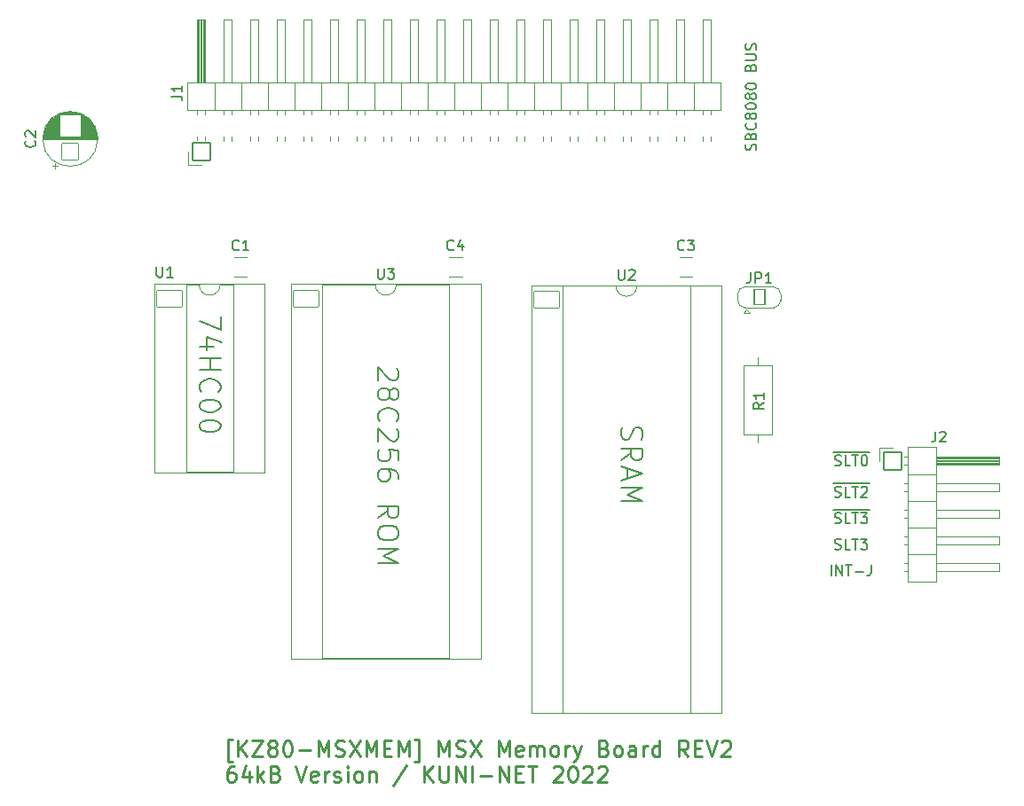
<source format=gto>
G04 #@! TF.GenerationSoftware,KiCad,Pcbnew,(6.0.4-0)*
G04 #@! TF.CreationDate,2022-11-05T10:22:40+09:00*
G04 #@! TF.ProjectId,KZ80-MSXMEM,4b5a3830-2d4d-4535-984d-454d2e6b6963,rev?*
G04 #@! TF.SameCoordinates,PX8f0d180PY7735940*
G04 #@! TF.FileFunction,Legend,Top*
G04 #@! TF.FilePolarity,Positive*
%FSLAX46Y46*%
G04 Gerber Fmt 4.6, Leading zero omitted, Abs format (unit mm)*
G04 Created by KiCad (PCBNEW (6.0.4-0)) date 2022-11-05 10:22:40*
%MOMM*%
%LPD*%
G01*
G04 APERTURE LIST*
G04 Aperture macros list*
%AMRoundRect*
0 Rectangle with rounded corners*
0 $1 Rounding radius*
0 $2 $3 $4 $5 $6 $7 $8 $9 X,Y pos of 4 corners*
0 Add a 4 corners polygon primitive as box body*
4,1,4,$2,$3,$4,$5,$6,$7,$8,$9,$2,$3,0*
0 Add four circle primitives for the rounded corners*
1,1,$1+$1,$2,$3*
1,1,$1+$1,$4,$5*
1,1,$1+$1,$6,$7*
1,1,$1+$1,$8,$9*
0 Add four rect primitives between the rounded corners*
20,1,$1+$1,$2,$3,$4,$5,0*
20,1,$1+$1,$4,$5,$6,$7,0*
20,1,$1+$1,$6,$7,$8,$9,0*
20,1,$1+$1,$8,$9,$2,$3,0*%
%AMFreePoly0*
4,1,37,0.586062,0.786062,0.601000,0.750000,0.601000,-0.750000,0.586062,-0.786062,0.550000,-0.801000,0.000000,-0.801000,-0.012525,-0.795812,-0.080875,-0.794559,-0.095149,-0.792248,-0.230464,-0.749973,-0.243516,-0.743747,-0.361526,-0.665192,-0.372306,-0.655554,-0.463526,-0.547035,-0.471167,-0.534759,-0.528262,-0.405000,-0.532150,-0.391073,-0.549733,-0.256613,-0.548336,-0.256430,-0.551000,-0.250000,
-0.551000,0.250000,-0.550512,0.251179,-0.550356,0.263956,-0.528545,0.404033,-0.524317,0.417860,-0.464069,0.546185,-0.456130,0.558271,-0.362286,0.664529,-0.351274,0.673901,-0.231379,0.749549,-0.218180,0.755454,-0.081873,0.794411,-0.067546,0.796373,-0.011990,0.796033,0.000000,0.801000,0.550000,0.801000,0.586062,0.786062,0.586062,0.786062,$1*%
%AMFreePoly1*
4,1,37,0.012349,0.795885,0.074216,0.795507,0.088518,0.793370,0.224339,0.752751,0.237465,0.746685,0.356427,0.669578,0.367324,0.660073,0.459862,0.552676,0.467652,0.540494,0.526329,0.411442,0.530388,0.397563,0.550485,0.257230,0.551000,0.250000,0.551000,-0.250000,0.550996,-0.250622,0.550847,-0.262838,0.550144,-0.270677,0.526624,-0.410478,0.522228,-0.424254,0.460416,-0.551833,
0.452330,-0.563821,0.357195,-0.668925,0.346069,-0.678161,0.225259,-0.752338,0.211989,-0.758081,0.075216,-0.795370,0.060866,-0.797157,0.011464,-0.796251,0.000000,-0.801000,-0.550000,-0.801000,-0.586062,-0.786062,-0.601000,-0.750000,-0.601000,0.750000,-0.586062,0.786062,-0.550000,0.801000,0.000000,0.801000,0.012349,0.795885,0.012349,0.795885,$1*%
G04 Aperture macros list end*
%ADD10C,0.150000*%
%ADD11C,0.200000*%
%ADD12C,0.250000*%
%ADD13C,0.120000*%
%ADD14C,1.702000*%
%ADD15RoundRect,0.051000X0.800000X-0.800000X0.800000X0.800000X-0.800000X0.800000X-0.800000X-0.800000X0*%
%ADD16RoundRect,0.051000X0.850000X-0.850000X0.850000X0.850000X-0.850000X0.850000X-0.850000X-0.850000X0*%
%ADD17O,1.802000X1.802000*%
%ADD18RoundRect,0.051000X-0.850000X-0.850000X0.850000X-0.850000X0.850000X0.850000X-0.850000X0.850000X0*%
%ADD19C,3.302000*%
%ADD20RoundRect,0.051000X-1.200000X-0.800000X1.200000X-0.800000X1.200000X0.800000X-1.200000X0.800000X0*%
%ADD21O,2.502000X1.702000*%
%ADD22O,1.702000X1.702000*%
%ADD23FreePoly0,0.000000*%
%ADD24RoundRect,0.051000X-0.500000X-0.750000X0.500000X-0.750000X0.500000X0.750000X-0.500000X0.750000X0*%
%ADD25FreePoly1,0.000000*%
G04 APERTURE END LIST*
D10*
X86261904Y30830000D02*
X87214285Y30830000D01*
X86452380Y29595239D02*
X86595238Y29547620D01*
X86833333Y29547620D01*
X86928571Y29595239D01*
X86976190Y29642858D01*
X87023809Y29738096D01*
X87023809Y29833334D01*
X86976190Y29928572D01*
X86928571Y29976191D01*
X86833333Y30023810D01*
X86642857Y30071429D01*
X86547619Y30119048D01*
X86500000Y30166667D01*
X86452380Y30261905D01*
X86452380Y30357143D01*
X86500000Y30452381D01*
X86547619Y30500000D01*
X86642857Y30547620D01*
X86880952Y30547620D01*
X87023809Y30500000D01*
X87214285Y30830000D02*
X88023809Y30830000D01*
X87928571Y29547620D02*
X87452380Y29547620D01*
X87452380Y30547620D01*
X88023809Y30830000D02*
X88785714Y30830000D01*
X88119047Y30547620D02*
X88690476Y30547620D01*
X88404761Y29547620D02*
X88404761Y30547620D01*
X88785714Y30830000D02*
X89738095Y30830000D01*
X88976190Y30452381D02*
X89023809Y30500000D01*
X89119047Y30547620D01*
X89357142Y30547620D01*
X89452380Y30500000D01*
X89500000Y30452381D01*
X89547619Y30357143D01*
X89547619Y30261905D01*
X89500000Y30119048D01*
X88928571Y29547620D01*
X89547619Y29547620D01*
X86095238Y22047620D02*
X86095238Y23047620D01*
X86571428Y22047620D02*
X86571428Y23047620D01*
X87142857Y22047620D01*
X87142857Y23047620D01*
X87476190Y23047620D02*
X88047619Y23047620D01*
X87761904Y22047620D02*
X87761904Y23047620D01*
X88380952Y22428572D02*
X89142857Y22428572D01*
X89904761Y23047620D02*
X89904761Y22333334D01*
X89857142Y22190477D01*
X89761904Y22095239D01*
X89619047Y22047620D01*
X89523809Y22047620D01*
D11*
X44654761Y41833334D02*
X44750000Y41738096D01*
X44845238Y41547620D01*
X44845238Y41071429D01*
X44750000Y40880953D01*
X44654761Y40785715D01*
X44464285Y40690477D01*
X44273809Y40690477D01*
X43988095Y40785715D01*
X42845238Y41928572D01*
X42845238Y40690477D01*
X43988095Y39547620D02*
X44083333Y39738096D01*
X44178571Y39833334D01*
X44369047Y39928572D01*
X44464285Y39928572D01*
X44654761Y39833334D01*
X44750000Y39738096D01*
X44845238Y39547620D01*
X44845238Y39166667D01*
X44750000Y38976191D01*
X44654761Y38880953D01*
X44464285Y38785715D01*
X44369047Y38785715D01*
X44178571Y38880953D01*
X44083333Y38976191D01*
X43988095Y39166667D01*
X43988095Y39547620D01*
X43892857Y39738096D01*
X43797619Y39833334D01*
X43607142Y39928572D01*
X43226190Y39928572D01*
X43035714Y39833334D01*
X42940476Y39738096D01*
X42845238Y39547620D01*
X42845238Y39166667D01*
X42940476Y38976191D01*
X43035714Y38880953D01*
X43226190Y38785715D01*
X43607142Y38785715D01*
X43797619Y38880953D01*
X43892857Y38976191D01*
X43988095Y39166667D01*
X43035714Y36785715D02*
X42940476Y36880953D01*
X42845238Y37166667D01*
X42845238Y37357143D01*
X42940476Y37642858D01*
X43130952Y37833334D01*
X43321428Y37928572D01*
X43702380Y38023810D01*
X43988095Y38023810D01*
X44369047Y37928572D01*
X44559523Y37833334D01*
X44750000Y37642858D01*
X44845238Y37357143D01*
X44845238Y37166667D01*
X44750000Y36880953D01*
X44654761Y36785715D01*
X44654761Y36023810D02*
X44750000Y35928572D01*
X44845238Y35738096D01*
X44845238Y35261905D01*
X44750000Y35071429D01*
X44654761Y34976191D01*
X44464285Y34880953D01*
X44273809Y34880953D01*
X43988095Y34976191D01*
X42845238Y36119048D01*
X42845238Y34880953D01*
X44845238Y33071429D02*
X44845238Y34023810D01*
X43892857Y34119048D01*
X43988095Y34023810D01*
X44083333Y33833334D01*
X44083333Y33357143D01*
X43988095Y33166667D01*
X43892857Y33071429D01*
X43702380Y32976191D01*
X43226190Y32976191D01*
X43035714Y33071429D01*
X42940476Y33166667D01*
X42845238Y33357143D01*
X42845238Y33833334D01*
X42940476Y34023810D01*
X43035714Y34119048D01*
X44845238Y31261905D02*
X44845238Y31642858D01*
X44750000Y31833334D01*
X44654761Y31928572D01*
X44369047Y32119048D01*
X43988095Y32214286D01*
X43226190Y32214286D01*
X43035714Y32119048D01*
X42940476Y32023810D01*
X42845238Y31833334D01*
X42845238Y31452381D01*
X42940476Y31261905D01*
X43035714Y31166667D01*
X43226190Y31071429D01*
X43702380Y31071429D01*
X43892857Y31166667D01*
X43988095Y31261905D01*
X44083333Y31452381D01*
X44083333Y31833334D01*
X43988095Y32023810D01*
X43892857Y32119048D01*
X43702380Y32214286D01*
X42845238Y27547620D02*
X43797619Y28214286D01*
X42845238Y28690477D02*
X44845238Y28690477D01*
X44845238Y27928572D01*
X44750000Y27738096D01*
X44654761Y27642858D01*
X44464285Y27547620D01*
X44178571Y27547620D01*
X43988095Y27642858D01*
X43892857Y27738096D01*
X43797619Y27928572D01*
X43797619Y28690477D01*
X44845238Y26309524D02*
X44845238Y25928572D01*
X44750000Y25738096D01*
X44559523Y25547620D01*
X44178571Y25452381D01*
X43511904Y25452381D01*
X43130952Y25547620D01*
X42940476Y25738096D01*
X42845238Y25928572D01*
X42845238Y26309524D01*
X42940476Y26500000D01*
X43130952Y26690477D01*
X43511904Y26785715D01*
X44178571Y26785715D01*
X44559523Y26690477D01*
X44750000Y26500000D01*
X44845238Y26309524D01*
X42845238Y24595239D02*
X44845238Y24595239D01*
X43416666Y23928572D01*
X44845238Y23261905D01*
X42845238Y23261905D01*
X66180476Y36181429D02*
X66085238Y35895715D01*
X66085238Y35419524D01*
X66180476Y35229048D01*
X66275714Y35133810D01*
X66466190Y35038572D01*
X66656666Y35038572D01*
X66847142Y35133810D01*
X66942380Y35229048D01*
X67037619Y35419524D01*
X67132857Y35800477D01*
X67228095Y35990953D01*
X67323333Y36086191D01*
X67513809Y36181429D01*
X67704285Y36181429D01*
X67894761Y36086191D01*
X67990000Y35990953D01*
X68085238Y35800477D01*
X68085238Y35324286D01*
X67990000Y35038572D01*
X66085238Y33038572D02*
X67037619Y33705239D01*
X66085238Y34181429D02*
X68085238Y34181429D01*
X68085238Y33419524D01*
X67990000Y33229048D01*
X67894761Y33133810D01*
X67704285Y33038572D01*
X67418571Y33038572D01*
X67228095Y33133810D01*
X67132857Y33229048D01*
X67037619Y33419524D01*
X67037619Y34181429D01*
X66656666Y32276667D02*
X66656666Y31324286D01*
X66085238Y32467143D02*
X68085238Y31800477D01*
X66085238Y31133810D01*
X66085238Y30467143D02*
X68085238Y30467143D01*
X66656666Y29800477D01*
X68085238Y29133810D01*
X66085238Y29133810D01*
D10*
X78904761Y62678572D02*
X78952380Y62821429D01*
X78952380Y63059524D01*
X78904761Y63154762D01*
X78857142Y63202381D01*
X78761904Y63250000D01*
X78666666Y63250000D01*
X78571428Y63202381D01*
X78523809Y63154762D01*
X78476190Y63059524D01*
X78428571Y62869048D01*
X78380952Y62773810D01*
X78333333Y62726191D01*
X78238095Y62678572D01*
X78142857Y62678572D01*
X78047619Y62726191D01*
X78000000Y62773810D01*
X77952380Y62869048D01*
X77952380Y63107143D01*
X78000000Y63250000D01*
X78428571Y64011905D02*
X78476190Y64154762D01*
X78523809Y64202381D01*
X78619047Y64250000D01*
X78761904Y64250000D01*
X78857142Y64202381D01*
X78904761Y64154762D01*
X78952380Y64059524D01*
X78952380Y63678572D01*
X77952380Y63678572D01*
X77952380Y64011905D01*
X78000000Y64107143D01*
X78047619Y64154762D01*
X78142857Y64202381D01*
X78238095Y64202381D01*
X78333333Y64154762D01*
X78380952Y64107143D01*
X78428571Y64011905D01*
X78428571Y63678572D01*
X78857142Y65250000D02*
X78904761Y65202381D01*
X78952380Y65059524D01*
X78952380Y64964286D01*
X78904761Y64821429D01*
X78809523Y64726191D01*
X78714285Y64678572D01*
X78523809Y64630953D01*
X78380952Y64630953D01*
X78190476Y64678572D01*
X78095238Y64726191D01*
X78000000Y64821429D01*
X77952380Y64964286D01*
X77952380Y65059524D01*
X78000000Y65202381D01*
X78047619Y65250000D01*
X78380952Y65821429D02*
X78333333Y65726191D01*
X78285714Y65678572D01*
X78190476Y65630953D01*
X78142857Y65630953D01*
X78047619Y65678572D01*
X78000000Y65726191D01*
X77952380Y65821429D01*
X77952380Y66011905D01*
X78000000Y66107143D01*
X78047619Y66154762D01*
X78142857Y66202381D01*
X78190476Y66202381D01*
X78285714Y66154762D01*
X78333333Y66107143D01*
X78380952Y66011905D01*
X78380952Y65821429D01*
X78428571Y65726191D01*
X78476190Y65678572D01*
X78571428Y65630953D01*
X78761904Y65630953D01*
X78857142Y65678572D01*
X78904761Y65726191D01*
X78952380Y65821429D01*
X78952380Y66011905D01*
X78904761Y66107143D01*
X78857142Y66154762D01*
X78761904Y66202381D01*
X78571428Y66202381D01*
X78476190Y66154762D01*
X78428571Y66107143D01*
X78380952Y66011905D01*
X77952380Y66821429D02*
X77952380Y66916667D01*
X78000000Y67011905D01*
X78047619Y67059524D01*
X78142857Y67107143D01*
X78333333Y67154762D01*
X78571428Y67154762D01*
X78761904Y67107143D01*
X78857142Y67059524D01*
X78904761Y67011905D01*
X78952380Y66916667D01*
X78952380Y66821429D01*
X78904761Y66726191D01*
X78857142Y66678572D01*
X78761904Y66630953D01*
X78571428Y66583334D01*
X78333333Y66583334D01*
X78142857Y66630953D01*
X78047619Y66678572D01*
X78000000Y66726191D01*
X77952380Y66821429D01*
X78380952Y67726191D02*
X78333333Y67630953D01*
X78285714Y67583334D01*
X78190476Y67535715D01*
X78142857Y67535715D01*
X78047619Y67583334D01*
X78000000Y67630953D01*
X77952380Y67726191D01*
X77952380Y67916667D01*
X78000000Y68011905D01*
X78047619Y68059524D01*
X78142857Y68107143D01*
X78190476Y68107143D01*
X78285714Y68059524D01*
X78333333Y68011905D01*
X78380952Y67916667D01*
X78380952Y67726191D01*
X78428571Y67630953D01*
X78476190Y67583334D01*
X78571428Y67535715D01*
X78761904Y67535715D01*
X78857142Y67583334D01*
X78904761Y67630953D01*
X78952380Y67726191D01*
X78952380Y67916667D01*
X78904761Y68011905D01*
X78857142Y68059524D01*
X78761904Y68107143D01*
X78571428Y68107143D01*
X78476190Y68059524D01*
X78428571Y68011905D01*
X78380952Y67916667D01*
X77952380Y68726191D02*
X77952380Y68821429D01*
X78000000Y68916667D01*
X78047619Y68964286D01*
X78142857Y69011905D01*
X78333333Y69059524D01*
X78571428Y69059524D01*
X78761904Y69011905D01*
X78857142Y68964286D01*
X78904761Y68916667D01*
X78952380Y68821429D01*
X78952380Y68726191D01*
X78904761Y68630953D01*
X78857142Y68583334D01*
X78761904Y68535715D01*
X78571428Y68488096D01*
X78333333Y68488096D01*
X78142857Y68535715D01*
X78047619Y68583334D01*
X78000000Y68630953D01*
X77952380Y68726191D01*
X78428571Y70583334D02*
X78476190Y70726191D01*
X78523809Y70773810D01*
X78619047Y70821429D01*
X78761904Y70821429D01*
X78857142Y70773810D01*
X78904761Y70726191D01*
X78952380Y70630953D01*
X78952380Y70250000D01*
X77952380Y70250000D01*
X77952380Y70583334D01*
X78000000Y70678572D01*
X78047619Y70726191D01*
X78142857Y70773810D01*
X78238095Y70773810D01*
X78333333Y70726191D01*
X78380952Y70678572D01*
X78428571Y70583334D01*
X78428571Y70250000D01*
X77952380Y71250000D02*
X78761904Y71250000D01*
X78857142Y71297620D01*
X78904761Y71345239D01*
X78952380Y71440477D01*
X78952380Y71630953D01*
X78904761Y71726191D01*
X78857142Y71773810D01*
X78761904Y71821429D01*
X77952380Y71821429D01*
X78904761Y72250000D02*
X78952380Y72392858D01*
X78952380Y72630953D01*
X78904761Y72726191D01*
X78857142Y72773810D01*
X78761904Y72821429D01*
X78666666Y72821429D01*
X78571428Y72773810D01*
X78523809Y72726191D01*
X78476190Y72630953D01*
X78428571Y72440477D01*
X78380952Y72345239D01*
X78333333Y72297620D01*
X78238095Y72250000D01*
X78142857Y72250000D01*
X78047619Y72297620D01*
X78000000Y72345239D01*
X77952380Y72440477D01*
X77952380Y72678572D01*
X78000000Y72821429D01*
D12*
X28948214Y4278929D02*
X28591071Y4278929D01*
X28591071Y6421786D01*
X28948214Y6421786D01*
X29519642Y4778929D02*
X29519642Y6278929D01*
X30376785Y4778929D02*
X29733928Y5636072D01*
X30376785Y6278929D02*
X29519642Y5421786D01*
X30876785Y6278929D02*
X31876785Y6278929D01*
X30876785Y4778929D01*
X31876785Y4778929D01*
X32662500Y5636072D02*
X32519642Y5707500D01*
X32448214Y5778929D01*
X32376785Y5921786D01*
X32376785Y5993215D01*
X32448214Y6136072D01*
X32519642Y6207500D01*
X32662500Y6278929D01*
X32948214Y6278929D01*
X33091071Y6207500D01*
X33162500Y6136072D01*
X33233928Y5993215D01*
X33233928Y5921786D01*
X33162500Y5778929D01*
X33091071Y5707500D01*
X32948214Y5636072D01*
X32662500Y5636072D01*
X32519642Y5564643D01*
X32448214Y5493215D01*
X32376785Y5350358D01*
X32376785Y5064643D01*
X32448214Y4921786D01*
X32519642Y4850358D01*
X32662500Y4778929D01*
X32948214Y4778929D01*
X33091071Y4850358D01*
X33162500Y4921786D01*
X33233928Y5064643D01*
X33233928Y5350358D01*
X33162500Y5493215D01*
X33091071Y5564643D01*
X32948214Y5636072D01*
X34162500Y6278929D02*
X34305357Y6278929D01*
X34448214Y6207500D01*
X34519642Y6136072D01*
X34591071Y5993215D01*
X34662500Y5707500D01*
X34662500Y5350358D01*
X34591071Y5064643D01*
X34519642Y4921786D01*
X34448214Y4850358D01*
X34305357Y4778929D01*
X34162500Y4778929D01*
X34019642Y4850358D01*
X33948214Y4921786D01*
X33876785Y5064643D01*
X33805357Y5350358D01*
X33805357Y5707500D01*
X33876785Y5993215D01*
X33948214Y6136072D01*
X34019642Y6207500D01*
X34162500Y6278929D01*
X35305357Y5350358D02*
X36448214Y5350358D01*
X37162500Y4778929D02*
X37162500Y6278929D01*
X37662500Y5207500D01*
X38162500Y6278929D01*
X38162500Y4778929D01*
X38805357Y4850358D02*
X39019642Y4778929D01*
X39376785Y4778929D01*
X39519642Y4850358D01*
X39591071Y4921786D01*
X39662500Y5064643D01*
X39662500Y5207500D01*
X39591071Y5350358D01*
X39519642Y5421786D01*
X39376785Y5493215D01*
X39091071Y5564643D01*
X38948214Y5636072D01*
X38876785Y5707500D01*
X38805357Y5850358D01*
X38805357Y5993215D01*
X38876785Y6136072D01*
X38948214Y6207500D01*
X39091071Y6278929D01*
X39448214Y6278929D01*
X39662500Y6207500D01*
X40162500Y6278929D02*
X41162500Y4778929D01*
X41162500Y6278929D02*
X40162500Y4778929D01*
X41733928Y4778929D02*
X41733928Y6278929D01*
X42233928Y5207500D01*
X42733928Y6278929D01*
X42733928Y4778929D01*
X43448214Y5564643D02*
X43948214Y5564643D01*
X44162500Y4778929D02*
X43448214Y4778929D01*
X43448214Y6278929D01*
X44162500Y6278929D01*
X44805357Y4778929D02*
X44805357Y6278929D01*
X45305357Y5207500D01*
X45805357Y6278929D01*
X45805357Y4778929D01*
X46376785Y4278929D02*
X46733928Y4278929D01*
X46733928Y6421786D01*
X46376785Y6421786D01*
X48662500Y4778929D02*
X48662500Y6278929D01*
X49162500Y5207500D01*
X49662500Y6278929D01*
X49662500Y4778929D01*
X50305357Y4850358D02*
X50519642Y4778929D01*
X50876785Y4778929D01*
X51019642Y4850358D01*
X51091071Y4921786D01*
X51162500Y5064643D01*
X51162500Y5207500D01*
X51091071Y5350358D01*
X51019642Y5421786D01*
X50876785Y5493215D01*
X50591071Y5564643D01*
X50448214Y5636072D01*
X50376785Y5707500D01*
X50305357Y5850358D01*
X50305357Y5993215D01*
X50376785Y6136072D01*
X50448214Y6207500D01*
X50591071Y6278929D01*
X50948214Y6278929D01*
X51162500Y6207500D01*
X51662500Y6278929D02*
X52662500Y4778929D01*
X52662500Y6278929D02*
X51662500Y4778929D01*
X54376785Y4778929D02*
X54376785Y6278929D01*
X54876785Y5207500D01*
X55376785Y6278929D01*
X55376785Y4778929D01*
X56662500Y4850358D02*
X56519642Y4778929D01*
X56233928Y4778929D01*
X56091071Y4850358D01*
X56019642Y4993215D01*
X56019642Y5564643D01*
X56091071Y5707500D01*
X56233928Y5778929D01*
X56519642Y5778929D01*
X56662500Y5707500D01*
X56733928Y5564643D01*
X56733928Y5421786D01*
X56019642Y5278929D01*
X57376785Y4778929D02*
X57376785Y5778929D01*
X57376785Y5636072D02*
X57448214Y5707500D01*
X57591071Y5778929D01*
X57805357Y5778929D01*
X57948214Y5707500D01*
X58019642Y5564643D01*
X58019642Y4778929D01*
X58019642Y5564643D02*
X58091071Y5707500D01*
X58233928Y5778929D01*
X58448214Y5778929D01*
X58591071Y5707500D01*
X58662500Y5564643D01*
X58662500Y4778929D01*
X59591071Y4778929D02*
X59448214Y4850358D01*
X59376785Y4921786D01*
X59305357Y5064643D01*
X59305357Y5493215D01*
X59376785Y5636072D01*
X59448214Y5707500D01*
X59591071Y5778929D01*
X59805357Y5778929D01*
X59948214Y5707500D01*
X60019642Y5636072D01*
X60091071Y5493215D01*
X60091071Y5064643D01*
X60019642Y4921786D01*
X59948214Y4850358D01*
X59805357Y4778929D01*
X59591071Y4778929D01*
X60733928Y4778929D02*
X60733928Y5778929D01*
X60733928Y5493215D02*
X60805357Y5636072D01*
X60876785Y5707500D01*
X61019642Y5778929D01*
X61162500Y5778929D01*
X61519642Y5778929D02*
X61876785Y4778929D01*
X62233928Y5778929D02*
X61876785Y4778929D01*
X61733928Y4421786D01*
X61662500Y4350358D01*
X61519642Y4278929D01*
X64448214Y5564643D02*
X64662500Y5493215D01*
X64733928Y5421786D01*
X64805357Y5278929D01*
X64805357Y5064643D01*
X64733928Y4921786D01*
X64662500Y4850358D01*
X64519642Y4778929D01*
X63948214Y4778929D01*
X63948214Y6278929D01*
X64448214Y6278929D01*
X64591071Y6207500D01*
X64662500Y6136072D01*
X64733928Y5993215D01*
X64733928Y5850358D01*
X64662500Y5707500D01*
X64591071Y5636072D01*
X64448214Y5564643D01*
X63948214Y5564643D01*
X65662500Y4778929D02*
X65519642Y4850358D01*
X65448214Y4921786D01*
X65376785Y5064643D01*
X65376785Y5493215D01*
X65448214Y5636072D01*
X65519642Y5707500D01*
X65662500Y5778929D01*
X65876785Y5778929D01*
X66019642Y5707500D01*
X66091071Y5636072D01*
X66162500Y5493215D01*
X66162500Y5064643D01*
X66091071Y4921786D01*
X66019642Y4850358D01*
X65876785Y4778929D01*
X65662500Y4778929D01*
X67448214Y4778929D02*
X67448214Y5564643D01*
X67376785Y5707500D01*
X67233928Y5778929D01*
X66948214Y5778929D01*
X66805357Y5707500D01*
X67448214Y4850358D02*
X67305357Y4778929D01*
X66948214Y4778929D01*
X66805357Y4850358D01*
X66733928Y4993215D01*
X66733928Y5136072D01*
X66805357Y5278929D01*
X66948214Y5350358D01*
X67305357Y5350358D01*
X67448214Y5421786D01*
X68162500Y4778929D02*
X68162500Y5778929D01*
X68162500Y5493215D02*
X68233928Y5636072D01*
X68305357Y5707500D01*
X68448214Y5778929D01*
X68591071Y5778929D01*
X69733928Y4778929D02*
X69733928Y6278929D01*
X69733928Y4850358D02*
X69591071Y4778929D01*
X69305357Y4778929D01*
X69162500Y4850358D01*
X69091071Y4921786D01*
X69019642Y5064643D01*
X69019642Y5493215D01*
X69091071Y5636072D01*
X69162500Y5707500D01*
X69305357Y5778929D01*
X69591071Y5778929D01*
X69733928Y5707500D01*
X72448214Y4778929D02*
X71948214Y5493215D01*
X71591071Y4778929D02*
X71591071Y6278929D01*
X72162500Y6278929D01*
X72305357Y6207500D01*
X72376785Y6136072D01*
X72448214Y5993215D01*
X72448214Y5778929D01*
X72376785Y5636072D01*
X72305357Y5564643D01*
X72162500Y5493215D01*
X71591071Y5493215D01*
X73091071Y5564643D02*
X73591071Y5564643D01*
X73805357Y4778929D02*
X73091071Y4778929D01*
X73091071Y6278929D01*
X73805357Y6278929D01*
X74233928Y6278929D02*
X74733928Y4778929D01*
X75233928Y6278929D01*
X75662500Y6136072D02*
X75733928Y6207500D01*
X75876785Y6278929D01*
X76233928Y6278929D01*
X76376785Y6207500D01*
X76448214Y6136072D01*
X76519642Y5993215D01*
X76519642Y5850358D01*
X76448214Y5636072D01*
X75591071Y4778929D01*
X76519642Y4778929D01*
X29162500Y3863929D02*
X28876785Y3863929D01*
X28733928Y3792500D01*
X28662500Y3721072D01*
X28519642Y3506786D01*
X28448214Y3221072D01*
X28448214Y2649643D01*
X28519642Y2506786D01*
X28591071Y2435358D01*
X28733928Y2363929D01*
X29019642Y2363929D01*
X29162500Y2435358D01*
X29233928Y2506786D01*
X29305357Y2649643D01*
X29305357Y3006786D01*
X29233928Y3149643D01*
X29162500Y3221072D01*
X29019642Y3292500D01*
X28733928Y3292500D01*
X28591071Y3221072D01*
X28519642Y3149643D01*
X28448214Y3006786D01*
X30591071Y3363929D02*
X30591071Y2363929D01*
X30233928Y3935358D02*
X29876785Y2863929D01*
X30805357Y2863929D01*
X31376785Y2363929D02*
X31376785Y3863929D01*
X31519642Y2935358D02*
X31948214Y2363929D01*
X31948214Y3363929D02*
X31376785Y2792500D01*
X33091071Y3149643D02*
X33305357Y3078215D01*
X33376785Y3006786D01*
X33448214Y2863929D01*
X33448214Y2649643D01*
X33376785Y2506786D01*
X33305357Y2435358D01*
X33162500Y2363929D01*
X32591071Y2363929D01*
X32591071Y3863929D01*
X33091071Y3863929D01*
X33233928Y3792500D01*
X33305357Y3721072D01*
X33376785Y3578215D01*
X33376785Y3435358D01*
X33305357Y3292500D01*
X33233928Y3221072D01*
X33091071Y3149643D01*
X32591071Y3149643D01*
X35019642Y3863929D02*
X35519642Y2363929D01*
X36019642Y3863929D01*
X37091071Y2435358D02*
X36948214Y2363929D01*
X36662500Y2363929D01*
X36519642Y2435358D01*
X36448214Y2578215D01*
X36448214Y3149643D01*
X36519642Y3292500D01*
X36662500Y3363929D01*
X36948214Y3363929D01*
X37091071Y3292500D01*
X37162500Y3149643D01*
X37162500Y3006786D01*
X36448214Y2863929D01*
X37805357Y2363929D02*
X37805357Y3363929D01*
X37805357Y3078215D02*
X37876785Y3221072D01*
X37948214Y3292500D01*
X38091071Y3363929D01*
X38233928Y3363929D01*
X38662500Y2435358D02*
X38805357Y2363929D01*
X39091071Y2363929D01*
X39233928Y2435358D01*
X39305357Y2578215D01*
X39305357Y2649643D01*
X39233928Y2792500D01*
X39091071Y2863929D01*
X38876785Y2863929D01*
X38733928Y2935358D01*
X38662500Y3078215D01*
X38662500Y3149643D01*
X38733928Y3292500D01*
X38876785Y3363929D01*
X39091071Y3363929D01*
X39233928Y3292500D01*
X39948214Y2363929D02*
X39948214Y3363929D01*
X39948214Y3863929D02*
X39876785Y3792500D01*
X39948214Y3721072D01*
X40019642Y3792500D01*
X39948214Y3863929D01*
X39948214Y3721072D01*
X40876785Y2363929D02*
X40733928Y2435358D01*
X40662500Y2506786D01*
X40591071Y2649643D01*
X40591071Y3078215D01*
X40662500Y3221072D01*
X40733928Y3292500D01*
X40876785Y3363929D01*
X41091071Y3363929D01*
X41233928Y3292500D01*
X41305357Y3221072D01*
X41376785Y3078215D01*
X41376785Y2649643D01*
X41305357Y2506786D01*
X41233928Y2435358D01*
X41091071Y2363929D01*
X40876785Y2363929D01*
X42019642Y3363929D02*
X42019642Y2363929D01*
X42019642Y3221072D02*
X42091071Y3292500D01*
X42233928Y3363929D01*
X42448214Y3363929D01*
X42591071Y3292500D01*
X42662500Y3149643D01*
X42662500Y2363929D01*
X45591071Y3935358D02*
X44305357Y2006786D01*
X47233928Y2363929D02*
X47233928Y3863929D01*
X48091071Y2363929D02*
X47448214Y3221072D01*
X48091071Y3863929D02*
X47233928Y3006786D01*
X48733928Y3863929D02*
X48733928Y2649643D01*
X48805357Y2506786D01*
X48876785Y2435358D01*
X49019642Y2363929D01*
X49305357Y2363929D01*
X49448214Y2435358D01*
X49519642Y2506786D01*
X49591071Y2649643D01*
X49591071Y3863929D01*
X50305357Y2363929D02*
X50305357Y3863929D01*
X51162500Y2363929D01*
X51162500Y3863929D01*
X51876785Y2363929D02*
X51876785Y3863929D01*
X52591071Y2935358D02*
X53733928Y2935358D01*
X54448214Y2363929D02*
X54448214Y3863929D01*
X55305357Y2363929D01*
X55305357Y3863929D01*
X56019642Y3149643D02*
X56519642Y3149643D01*
X56733928Y2363929D02*
X56019642Y2363929D01*
X56019642Y3863929D01*
X56733928Y3863929D01*
X57162500Y3863929D02*
X58019642Y3863929D01*
X57591071Y2363929D02*
X57591071Y3863929D01*
X59591071Y3721072D02*
X59662500Y3792500D01*
X59805357Y3863929D01*
X60162500Y3863929D01*
X60305357Y3792500D01*
X60376785Y3721072D01*
X60448214Y3578215D01*
X60448214Y3435358D01*
X60376785Y3221072D01*
X59519642Y2363929D01*
X60448214Y2363929D01*
X61376785Y3863929D02*
X61519642Y3863929D01*
X61662500Y3792500D01*
X61733928Y3721072D01*
X61805357Y3578215D01*
X61876785Y3292500D01*
X61876785Y2935358D01*
X61805357Y2649643D01*
X61733928Y2506786D01*
X61662500Y2435358D01*
X61519642Y2363929D01*
X61376785Y2363929D01*
X61233928Y2435358D01*
X61162500Y2506786D01*
X61091071Y2649643D01*
X61019642Y2935358D01*
X61019642Y3292500D01*
X61091071Y3578215D01*
X61162500Y3721072D01*
X61233928Y3792500D01*
X61376785Y3863929D01*
X62448214Y3721072D02*
X62519642Y3792500D01*
X62662500Y3863929D01*
X63019642Y3863929D01*
X63162500Y3792500D01*
X63233928Y3721072D01*
X63305357Y3578215D01*
X63305357Y3435358D01*
X63233928Y3221072D01*
X62376785Y2363929D01*
X63305357Y2363929D01*
X63876785Y3721072D02*
X63948214Y3792500D01*
X64091071Y3863929D01*
X64448214Y3863929D01*
X64591071Y3792500D01*
X64662500Y3721072D01*
X64733928Y3578215D01*
X64733928Y3435358D01*
X64662500Y3221072D01*
X63805357Y2363929D01*
X64733928Y2363929D01*
D10*
X86261904Y33830000D02*
X87214285Y33830000D01*
X86452380Y32595239D02*
X86595238Y32547620D01*
X86833333Y32547620D01*
X86928571Y32595239D01*
X86976190Y32642858D01*
X87023809Y32738096D01*
X87023809Y32833334D01*
X86976190Y32928572D01*
X86928571Y32976191D01*
X86833333Y33023810D01*
X86642857Y33071429D01*
X86547619Y33119048D01*
X86500000Y33166667D01*
X86452380Y33261905D01*
X86452380Y33357143D01*
X86500000Y33452381D01*
X86547619Y33500000D01*
X86642857Y33547620D01*
X86880952Y33547620D01*
X87023809Y33500000D01*
X87214285Y33830000D02*
X88023809Y33830000D01*
X87928571Y32547620D02*
X87452380Y32547620D01*
X87452380Y33547620D01*
X88023809Y33830000D02*
X88785714Y33830000D01*
X88119047Y33547620D02*
X88690476Y33547620D01*
X88404761Y32547620D02*
X88404761Y33547620D01*
X88785714Y33830000D02*
X89738095Y33830000D01*
X89214285Y33547620D02*
X89309523Y33547620D01*
X89404761Y33500000D01*
X89452380Y33452381D01*
X89500000Y33357143D01*
X89547619Y33166667D01*
X89547619Y32928572D01*
X89500000Y32738096D01*
X89452380Y32642858D01*
X89404761Y32595239D01*
X89309523Y32547620D01*
X89214285Y32547620D01*
X89119047Y32595239D01*
X89071428Y32642858D01*
X89023809Y32738096D01*
X88976190Y32928572D01*
X88976190Y33166667D01*
X89023809Y33357143D01*
X89071428Y33452381D01*
X89119047Y33500000D01*
X89214285Y33547620D01*
X86452380Y24595239D02*
X86595238Y24547620D01*
X86833333Y24547620D01*
X86928571Y24595239D01*
X86976190Y24642858D01*
X87023809Y24738096D01*
X87023809Y24833334D01*
X86976190Y24928572D01*
X86928571Y24976191D01*
X86833333Y25023810D01*
X86642857Y25071429D01*
X86547619Y25119048D01*
X86500000Y25166667D01*
X86452380Y25261905D01*
X86452380Y25357143D01*
X86500000Y25452381D01*
X86547619Y25500000D01*
X86642857Y25547620D01*
X86880952Y25547620D01*
X87023809Y25500000D01*
X87928571Y24547620D02*
X87452380Y24547620D01*
X87452380Y25547620D01*
X88119047Y25547620D02*
X88690476Y25547620D01*
X88404761Y24547620D02*
X88404761Y25547620D01*
X88928571Y25547620D02*
X89547619Y25547620D01*
X89214285Y25166667D01*
X89357142Y25166667D01*
X89452380Y25119048D01*
X89500000Y25071429D01*
X89547619Y24976191D01*
X89547619Y24738096D01*
X89500000Y24642858D01*
X89452380Y24595239D01*
X89357142Y24547620D01*
X89071428Y24547620D01*
X88976190Y24595239D01*
X88928571Y24642858D01*
X86261904Y28330000D02*
X87214285Y28330000D01*
X86452380Y27095239D02*
X86595238Y27047620D01*
X86833333Y27047620D01*
X86928571Y27095239D01*
X86976190Y27142858D01*
X87023809Y27238096D01*
X87023809Y27333334D01*
X86976190Y27428572D01*
X86928571Y27476191D01*
X86833333Y27523810D01*
X86642857Y27571429D01*
X86547619Y27619048D01*
X86500000Y27666667D01*
X86452380Y27761905D01*
X86452380Y27857143D01*
X86500000Y27952381D01*
X86547619Y28000000D01*
X86642857Y28047620D01*
X86880952Y28047620D01*
X87023809Y28000000D01*
X87214285Y28330000D02*
X88023809Y28330000D01*
X87928571Y27047620D02*
X87452380Y27047620D01*
X87452380Y28047620D01*
X88023809Y28330000D02*
X88785714Y28330000D01*
X88119047Y28047620D02*
X88690476Y28047620D01*
X88404761Y27047620D02*
X88404761Y28047620D01*
X88785714Y28330000D02*
X89738095Y28330000D01*
X88928571Y28047620D02*
X89547619Y28047620D01*
X89214285Y27666667D01*
X89357142Y27666667D01*
X89452380Y27619048D01*
X89500000Y27571429D01*
X89547619Y27476191D01*
X89547619Y27238096D01*
X89500000Y27142858D01*
X89452380Y27095239D01*
X89357142Y27047620D01*
X89071428Y27047620D01*
X88976190Y27095239D01*
X88928571Y27142858D01*
D11*
X27845238Y46821429D02*
X27845238Y45488096D01*
X25845238Y46345239D01*
X27178571Y43869048D02*
X25845238Y43869048D01*
X27940476Y44345239D02*
X26511904Y44821429D01*
X26511904Y43583334D01*
X25845238Y42821429D02*
X27845238Y42821429D01*
X26892857Y42821429D02*
X26892857Y41678572D01*
X25845238Y41678572D02*
X27845238Y41678572D01*
X26035714Y39583334D02*
X25940476Y39678572D01*
X25845238Y39964286D01*
X25845238Y40154762D01*
X25940476Y40440477D01*
X26130952Y40630953D01*
X26321428Y40726191D01*
X26702380Y40821429D01*
X26988095Y40821429D01*
X27369047Y40726191D01*
X27559523Y40630953D01*
X27750000Y40440477D01*
X27845238Y40154762D01*
X27845238Y39964286D01*
X27750000Y39678572D01*
X27654761Y39583334D01*
X27845238Y38345239D02*
X27845238Y38154762D01*
X27750000Y37964286D01*
X27654761Y37869048D01*
X27464285Y37773810D01*
X27083333Y37678572D01*
X26607142Y37678572D01*
X26226190Y37773810D01*
X26035714Y37869048D01*
X25940476Y37964286D01*
X25845238Y38154762D01*
X25845238Y38345239D01*
X25940476Y38535715D01*
X26035714Y38630953D01*
X26226190Y38726191D01*
X26607142Y38821429D01*
X27083333Y38821429D01*
X27464285Y38726191D01*
X27654761Y38630953D01*
X27750000Y38535715D01*
X27845238Y38345239D01*
X27845238Y36440477D02*
X27845238Y36250000D01*
X27750000Y36059524D01*
X27654761Y35964286D01*
X27464285Y35869048D01*
X27083333Y35773810D01*
X26607142Y35773810D01*
X26226190Y35869048D01*
X26035714Y35964286D01*
X25940476Y36059524D01*
X25845238Y36250000D01*
X25845238Y36440477D01*
X25940476Y36630953D01*
X26035714Y36726191D01*
X26226190Y36821429D01*
X26607142Y36916667D01*
X27083333Y36916667D01*
X27464285Y36821429D01*
X27654761Y36726191D01*
X27750000Y36630953D01*
X27845238Y36440477D01*
D10*
X29583333Y53192858D02*
X29535714Y53145239D01*
X29392857Y53097620D01*
X29297619Y53097620D01*
X29154761Y53145239D01*
X29059523Y53240477D01*
X29011904Y53335715D01*
X28964285Y53526191D01*
X28964285Y53669048D01*
X29011904Y53859524D01*
X29059523Y53954762D01*
X29154761Y54050000D01*
X29297619Y54097620D01*
X29392857Y54097620D01*
X29535714Y54050000D01*
X29583333Y54002381D01*
X30535714Y53097620D02*
X29964285Y53097620D01*
X30250000Y53097620D02*
X30250000Y54097620D01*
X30154761Y53954762D01*
X30059523Y53859524D01*
X29964285Y53811905D01*
X10107142Y63583334D02*
X10154761Y63535715D01*
X10202380Y63392858D01*
X10202380Y63297620D01*
X10154761Y63154762D01*
X10059523Y63059524D01*
X9964285Y63011905D01*
X9773809Y62964286D01*
X9630952Y62964286D01*
X9440476Y63011905D01*
X9345238Y63059524D01*
X9250000Y63154762D01*
X9202380Y63297620D01*
X9202380Y63392858D01*
X9250000Y63535715D01*
X9297619Y63583334D01*
X9297619Y63964286D02*
X9250000Y64011905D01*
X9202380Y64107143D01*
X9202380Y64345239D01*
X9250000Y64440477D01*
X9297619Y64488096D01*
X9392857Y64535715D01*
X9488095Y64535715D01*
X9630952Y64488096D01*
X10202380Y63916667D01*
X10202380Y64535715D01*
X72083333Y53192858D02*
X72035714Y53145239D01*
X71892857Y53097620D01*
X71797619Y53097620D01*
X71654761Y53145239D01*
X71559523Y53240477D01*
X71511904Y53335715D01*
X71464285Y53526191D01*
X71464285Y53669048D01*
X71511904Y53859524D01*
X71559523Y53954762D01*
X71654761Y54050000D01*
X71797619Y54097620D01*
X71892857Y54097620D01*
X72035714Y54050000D01*
X72083333Y54002381D01*
X72416666Y54097620D02*
X73035714Y54097620D01*
X72702380Y53716667D01*
X72845238Y53716667D01*
X72940476Y53669048D01*
X72988095Y53621429D01*
X73035714Y53526191D01*
X73035714Y53288096D01*
X72988095Y53192858D01*
X72940476Y53145239D01*
X72845238Y53097620D01*
X72559523Y53097620D01*
X72464285Y53145239D01*
X72416666Y53192858D01*
X50083333Y53192858D02*
X50035714Y53145239D01*
X49892857Y53097620D01*
X49797619Y53097620D01*
X49654761Y53145239D01*
X49559523Y53240477D01*
X49511904Y53335715D01*
X49464285Y53526191D01*
X49464285Y53669048D01*
X49511904Y53859524D01*
X49559523Y53954762D01*
X49654761Y54050000D01*
X49797619Y54097620D01*
X49892857Y54097620D01*
X50035714Y54050000D01*
X50083333Y54002381D01*
X50940476Y53764286D02*
X50940476Y53097620D01*
X50702380Y54145239D02*
X50464285Y53430953D01*
X51083333Y53430953D01*
X23182380Y67821667D02*
X23896666Y67821667D01*
X24039523Y67774048D01*
X24134761Y67678810D01*
X24182380Y67535953D01*
X24182380Y67440715D01*
X24182380Y68821667D02*
X24182380Y68250239D01*
X24182380Y68535953D02*
X23182380Y68535953D01*
X23325238Y68440715D01*
X23420476Y68345477D01*
X23468095Y68250239D01*
X96051666Y35817620D02*
X96051666Y35103334D01*
X96004047Y34960477D01*
X95908809Y34865239D01*
X95765952Y34817620D01*
X95670714Y34817620D01*
X96480238Y35722381D02*
X96527857Y35770000D01*
X96623095Y35817620D01*
X96861190Y35817620D01*
X96956428Y35770000D01*
X97004047Y35722381D01*
X97051666Y35627143D01*
X97051666Y35531905D01*
X97004047Y35389048D01*
X96432619Y34817620D01*
X97051666Y34817620D01*
X21738095Y51547620D02*
X21738095Y50738096D01*
X21785714Y50642858D01*
X21833333Y50595239D01*
X21928571Y50547620D01*
X22119047Y50547620D01*
X22214285Y50595239D01*
X22261904Y50642858D01*
X22309523Y50738096D01*
X22309523Y51547620D01*
X23309523Y50547620D02*
X22738095Y50547620D01*
X23023809Y50547620D02*
X23023809Y51547620D01*
X22928571Y51404762D01*
X22833333Y51309524D01*
X22738095Y51261905D01*
X42858095Y51377620D02*
X42858095Y50568096D01*
X42905714Y50472858D01*
X42953333Y50425239D01*
X43048571Y50377620D01*
X43239047Y50377620D01*
X43334285Y50425239D01*
X43381904Y50472858D01*
X43429523Y50568096D01*
X43429523Y51377620D01*
X43810476Y51377620D02*
X44429523Y51377620D01*
X44096190Y50996667D01*
X44239047Y50996667D01*
X44334285Y50949048D01*
X44381904Y50901429D01*
X44429523Y50806191D01*
X44429523Y50568096D01*
X44381904Y50472858D01*
X44334285Y50425239D01*
X44239047Y50377620D01*
X43953333Y50377620D01*
X43858095Y50425239D01*
X43810476Y50472858D01*
X65813095Y51267620D02*
X65813095Y50458096D01*
X65860714Y50362858D01*
X65908333Y50315239D01*
X66003571Y50267620D01*
X66194047Y50267620D01*
X66289285Y50315239D01*
X66336904Y50362858D01*
X66384523Y50458096D01*
X66384523Y51267620D01*
X66813095Y51172381D02*
X66860714Y51220000D01*
X66955952Y51267620D01*
X67194047Y51267620D01*
X67289285Y51220000D01*
X67336904Y51172381D01*
X67384523Y51077143D01*
X67384523Y50981905D01*
X67336904Y50839048D01*
X66765476Y50267620D01*
X67384523Y50267620D01*
X79692380Y38563334D02*
X79216190Y38230000D01*
X79692380Y37991905D02*
X78692380Y37991905D01*
X78692380Y38372858D01*
X78740000Y38468096D01*
X78787619Y38515715D01*
X78882857Y38563334D01*
X79025714Y38563334D01*
X79120952Y38515715D01*
X79168571Y38468096D01*
X79216190Y38372858D01*
X79216190Y37991905D01*
X79692380Y39515715D02*
X79692380Y38944286D01*
X79692380Y39230000D02*
X78692380Y39230000D01*
X78835238Y39134762D01*
X78930476Y39039524D01*
X78978095Y38944286D01*
X78406666Y50977620D02*
X78406666Y50263334D01*
X78359047Y50120477D01*
X78263809Y50025239D01*
X78120952Y49977620D01*
X78025714Y49977620D01*
X78882857Y49977620D02*
X78882857Y50977620D01*
X79263809Y50977620D01*
X79359047Y50930000D01*
X79406666Y50882381D01*
X79454285Y50787143D01*
X79454285Y50644286D01*
X79406666Y50549048D01*
X79359047Y50501429D01*
X79263809Y50453810D01*
X78882857Y50453810D01*
X80406666Y49977620D02*
X79835238Y49977620D01*
X80120952Y49977620D02*
X80120952Y50977620D01*
X80025714Y50834762D01*
X79930476Y50739524D01*
X79835238Y50691905D01*
D13*
X29121000Y52420000D02*
X30379000Y52420000D01*
X29121000Y50580000D02*
X30379000Y50580000D01*
X14540000Y65271000D02*
X15595000Y65271000D01*
X14540000Y64551000D02*
X15955000Y64551000D01*
X11378000Y65231000D02*
X12460000Y65231000D01*
X14540000Y64190000D02*
X16043000Y64190000D01*
X14540000Y65591000D02*
X15326000Y65591000D01*
X11496000Y65391000D02*
X12460000Y65391000D01*
X11715000Y65631000D02*
X12460000Y65631000D01*
X11599000Y65511000D02*
X12460000Y65511000D01*
X14540000Y64751000D02*
X15882000Y64751000D01*
X14540000Y66031000D02*
X14751000Y66031000D01*
X14540000Y65231000D02*
X15622000Y65231000D01*
X10931000Y63990000D02*
X12460000Y63990000D01*
X11171000Y64871000D02*
X12460000Y64871000D01*
X14540000Y64471000D02*
X15980000Y64471000D01*
X14540000Y65351000D02*
X15535000Y65351000D01*
X11351000Y65191000D02*
X12460000Y65191000D01*
X10950000Y64150000D02*
X12460000Y64150000D01*
X11801000Y65711000D02*
X12460000Y65711000D01*
X14540000Y64430000D02*
X15991000Y64430000D01*
X11152000Y64831000D02*
X12460000Y64831000D01*
X14540000Y64310000D02*
X16020000Y64310000D01*
X11636000Y65551000D02*
X12460000Y65551000D01*
X10957000Y64190000D02*
X12460000Y64190000D01*
X14540000Y64991000D02*
X15768000Y64991000D01*
X11563000Y65471000D02*
X12460000Y65471000D01*
X14540000Y64390000D02*
X16001000Y64390000D01*
X10999000Y64390000D02*
X12460000Y64390000D01*
X14540000Y65151000D02*
X15675000Y65151000D01*
X14540000Y64070000D02*
X16061000Y64070000D01*
X11118000Y64751000D02*
X12460000Y64751000D01*
X13216000Y66351000D02*
X13784000Y66351000D01*
X14540000Y65951000D02*
X14883000Y65951000D01*
X14540000Y65071000D02*
X15724000Y65071000D01*
X10972000Y64270000D02*
X12460000Y64270000D01*
X11086000Y64671000D02*
X12460000Y64671000D01*
X12057000Y65911000D02*
X12460000Y65911000D01*
X10980000Y64310000D02*
X12460000Y64310000D01*
X14540000Y63990000D02*
X16069000Y63990000D01*
X11435000Y65311000D02*
X12460000Y65311000D01*
X14540000Y64671000D02*
X15914000Y64671000D01*
X11757000Y65671000D02*
X12460000Y65671000D01*
X14540000Y65791000D02*
X15105000Y65791000D01*
X12249000Y66031000D02*
X12460000Y66031000D01*
X11300000Y65111000D02*
X12460000Y65111000D01*
X14540000Y65471000D02*
X15437000Y65471000D01*
X14540000Y65391000D02*
X15504000Y65391000D01*
X14540000Y65031000D02*
X15747000Y65031000D01*
X12000000Y65871000D02*
X12460000Y65871000D01*
X12489000Y66151000D02*
X14511000Y66151000D01*
X10939000Y64070000D02*
X12460000Y64070000D01*
X11045000Y64551000D02*
X12460000Y64551000D01*
X10944000Y64110000D02*
X12460000Y64110000D01*
X14540000Y65311000D02*
X15565000Y65311000D01*
X14540000Y64871000D02*
X15829000Y64871000D01*
X11072000Y64631000D02*
X12460000Y64631000D01*
X11775000Y61195225D02*
X12275000Y61195225D01*
X14540000Y65871000D02*
X15000000Y65871000D01*
X14540000Y65631000D02*
X15285000Y65631000D01*
X11058000Y64591000D02*
X12460000Y64591000D01*
X14540000Y64791000D02*
X15865000Y64791000D01*
X11032000Y64511000D02*
X12460000Y64511000D01*
X12402000Y66111000D02*
X14598000Y66111000D01*
X14540000Y65911000D02*
X14943000Y65911000D01*
X10924000Y63910000D02*
X16076000Y63910000D01*
X11465000Y65351000D02*
X12460000Y65351000D01*
X14540000Y64711000D02*
X15898000Y64711000D01*
X12117000Y65951000D02*
X12460000Y65951000D01*
X12982000Y66311000D02*
X14018000Y66311000D01*
X11253000Y65031000D02*
X12460000Y65031000D01*
X12181000Y65991000D02*
X12460000Y65991000D01*
X14540000Y65191000D02*
X15649000Y65191000D01*
X14540000Y64911000D02*
X15810000Y64911000D01*
X11009000Y64430000D02*
X12460000Y64430000D01*
X10935000Y64030000D02*
X12460000Y64030000D01*
X11276000Y65071000D02*
X12460000Y65071000D01*
X14540000Y65991000D02*
X14819000Y65991000D01*
X14540000Y65751000D02*
X15153000Y65751000D01*
X11135000Y64791000D02*
X12460000Y64791000D01*
X11674000Y65591000D02*
X12460000Y65591000D01*
X12322000Y66071000D02*
X14678000Y66071000D01*
X11190000Y64911000D02*
X12460000Y64911000D01*
X11405000Y65271000D02*
X12460000Y65271000D01*
X11210000Y64951000D02*
X12460000Y64951000D01*
X14540000Y65831000D02*
X15054000Y65831000D01*
X11946000Y65831000D02*
X12460000Y65831000D01*
X14540000Y65551000D02*
X15364000Y65551000D01*
X14540000Y64831000D02*
X15848000Y64831000D01*
X11102000Y64711000D02*
X12460000Y64711000D01*
X14540000Y64230000D02*
X16036000Y64230000D01*
X14540000Y65111000D02*
X15700000Y65111000D01*
X10989000Y64350000D02*
X12460000Y64350000D01*
X12025000Y60945225D02*
X12025000Y61445225D01*
X14540000Y64030000D02*
X16065000Y64030000D01*
X14540000Y65671000D02*
X15243000Y65671000D01*
X12823000Y66271000D02*
X14177000Y66271000D01*
X10964000Y64230000D02*
X12460000Y64230000D01*
X14540000Y64150000D02*
X16050000Y64150000D01*
X10920000Y63790000D02*
X16080000Y63790000D01*
X11895000Y65791000D02*
X12460000Y65791000D01*
X11232000Y64991000D02*
X12460000Y64991000D01*
X14540000Y65431000D02*
X15471000Y65431000D01*
X12695000Y66231000D02*
X14305000Y66231000D01*
X14540000Y64951000D02*
X15790000Y64951000D01*
X10921000Y63830000D02*
X16079000Y63830000D01*
X11325000Y65151000D02*
X12460000Y65151000D01*
X11847000Y65751000D02*
X12460000Y65751000D01*
X11529000Y65431000D02*
X12460000Y65431000D01*
X14540000Y64270000D02*
X16028000Y64270000D01*
X10927000Y63950000D02*
X16073000Y63950000D01*
X14540000Y64110000D02*
X16056000Y64110000D01*
X14540000Y64631000D02*
X15928000Y64631000D01*
X14540000Y64511000D02*
X15968000Y64511000D01*
X14540000Y65711000D02*
X15199000Y65711000D01*
X14540000Y64591000D02*
X15942000Y64591000D01*
X14540000Y65511000D02*
X15401000Y65511000D01*
X14540000Y64350000D02*
X16011000Y64350000D01*
X11020000Y64471000D02*
X12460000Y64471000D01*
X10920000Y63750000D02*
X16080000Y63750000D01*
X10922000Y63870000D02*
X16078000Y63870000D01*
X12585000Y66191000D02*
X14415000Y66191000D01*
X16120000Y63750000D02*
G75*
G03*
X16120000Y63750000I-2620000J0D01*
G01*
X71621000Y50580000D02*
X72879000Y50580000D01*
X71621000Y52420000D02*
X72879000Y52420000D01*
X49621000Y50580000D02*
X50879000Y50580000D01*
X49621000Y52420000D02*
X50879000Y52420000D01*
X40860000Y75140000D02*
X41620000Y75140000D01*
X72100000Y63542929D02*
X72100000Y63997071D01*
X64480000Y63542929D02*
X64480000Y63997071D01*
X26380000Y66082929D02*
X26380000Y66480000D01*
X55210000Y66480000D02*
X55210000Y69140000D01*
X26280000Y69140000D02*
X26280000Y75140000D01*
X44160000Y63542929D02*
X44160000Y63997071D01*
X36540000Y66082929D02*
X36540000Y66480000D01*
X68800000Y69140000D02*
X68800000Y75140000D01*
X56860000Y66082929D02*
X56860000Y66480000D01*
X63720000Y63542929D02*
X63720000Y63997071D01*
X51780000Y66082929D02*
X51780000Y66480000D01*
X48480000Y69140000D02*
X48480000Y75140000D01*
X58640000Y75140000D02*
X59400000Y75140000D01*
X56100000Y66082929D02*
X56100000Y66480000D01*
X50130000Y66480000D02*
X50130000Y69140000D01*
X71340000Y66082929D02*
X71340000Y66480000D01*
X25920000Y69140000D02*
X25920000Y75140000D01*
X47590000Y66480000D02*
X47590000Y69140000D01*
X49240000Y63542929D02*
X49240000Y63997071D01*
X59400000Y75140000D02*
X59400000Y69140000D01*
X53560000Y69140000D02*
X53560000Y75140000D01*
X72100000Y75140000D02*
X72100000Y69140000D01*
X34000000Y75140000D02*
X34000000Y69140000D01*
X61180000Y69140000D02*
X61180000Y75140000D01*
X30700000Y69140000D02*
X30700000Y75140000D01*
X31460000Y63542929D02*
X31460000Y63997071D01*
X43400000Y66082929D02*
X43400000Y66480000D01*
X28160000Y75140000D02*
X28920000Y75140000D01*
X67020000Y66082929D02*
X67020000Y66480000D01*
X35780000Y63542929D02*
X35780000Y63997071D01*
X30700000Y63542929D02*
X30700000Y63997071D01*
X40860000Y66082929D02*
X40860000Y66480000D01*
X25800000Y69140000D02*
X25800000Y75140000D01*
X26380000Y75140000D02*
X26380000Y69140000D01*
X51020000Y69140000D02*
X51020000Y75140000D01*
X66260000Y69140000D02*
X66260000Y75140000D01*
X63720000Y69140000D02*
X63720000Y75140000D01*
X64480000Y75140000D02*
X64480000Y69140000D01*
X39970000Y66480000D02*
X39970000Y69140000D01*
X73880000Y69140000D02*
X73880000Y75140000D01*
X72100000Y66082929D02*
X72100000Y66480000D01*
X30700000Y66082929D02*
X30700000Y66480000D01*
X56860000Y75140000D02*
X56860000Y69140000D01*
X26040000Y69140000D02*
X26040000Y75140000D01*
X51780000Y63542929D02*
X51780000Y63997071D01*
X58640000Y66082929D02*
X58640000Y66480000D01*
X35780000Y66082929D02*
X35780000Y66480000D01*
X71340000Y75140000D02*
X72100000Y75140000D01*
X36540000Y63542929D02*
X36540000Y63997071D01*
X32350000Y66480000D02*
X32350000Y69140000D01*
X33240000Y66082929D02*
X33240000Y66480000D01*
X26380000Y63610000D02*
X26380000Y63997071D01*
X33240000Y69140000D02*
X33240000Y75140000D01*
X34000000Y63542929D02*
X34000000Y63997071D01*
X35780000Y69140000D02*
X35780000Y75140000D01*
X28920000Y66082929D02*
X28920000Y66480000D01*
X46700000Y63542929D02*
X46700000Y63997071D01*
X42510000Y66480000D02*
X42510000Y69140000D01*
X73880000Y66082929D02*
X73880000Y66480000D01*
X31460000Y75140000D02*
X31460000Y69140000D01*
X73880000Y63542929D02*
X73880000Y63997071D01*
X36540000Y75140000D02*
X36540000Y69140000D01*
X51020000Y63542929D02*
X51020000Y63997071D01*
X44160000Y75140000D02*
X44160000Y69140000D01*
X46700000Y75140000D02*
X46700000Y69140000D01*
X69560000Y66082929D02*
X69560000Y66480000D01*
X30700000Y75140000D02*
X31460000Y75140000D01*
X68800000Y63542929D02*
X68800000Y63997071D01*
X67020000Y63542929D02*
X67020000Y63997071D01*
X53560000Y75140000D02*
X54320000Y75140000D01*
X72990000Y66480000D02*
X72990000Y69140000D01*
X40860000Y63542929D02*
X40860000Y63997071D01*
X68800000Y75140000D02*
X69560000Y75140000D01*
X28160000Y66082929D02*
X28160000Y66480000D01*
X59400000Y63542929D02*
X59400000Y63997071D01*
X53560000Y66082929D02*
X53560000Y66480000D01*
X41620000Y63542929D02*
X41620000Y63997071D01*
X25620000Y63610000D02*
X25620000Y63997071D01*
X49240000Y66082929D02*
X49240000Y66480000D01*
X56860000Y63542929D02*
X56860000Y63997071D01*
X28920000Y63542929D02*
X28920000Y63997071D01*
X63720000Y66082929D02*
X63720000Y66480000D01*
X39080000Y63542929D02*
X39080000Y63997071D01*
X61180000Y63542929D02*
X61180000Y63997071D01*
X61180000Y66082929D02*
X61180000Y66480000D01*
X27270000Y66480000D02*
X27270000Y69140000D01*
X38320000Y69140000D02*
X38320000Y75140000D01*
X25680000Y69140000D02*
X25680000Y75140000D01*
X51020000Y75140000D02*
X51780000Y75140000D01*
X71340000Y69140000D02*
X71340000Y75140000D01*
X70450000Y66480000D02*
X70450000Y69140000D01*
X40860000Y69140000D02*
X40860000Y75140000D01*
X34890000Y66480000D02*
X34890000Y69140000D01*
X25620000Y66082929D02*
X25620000Y66480000D01*
X45940000Y69140000D02*
X45940000Y75140000D01*
X48480000Y75140000D02*
X49240000Y75140000D01*
X69560000Y75140000D02*
X69560000Y69140000D01*
X37430000Y66480000D02*
X37430000Y69140000D01*
X60290000Y66480000D02*
X60290000Y69140000D01*
X44160000Y66082929D02*
X44160000Y66480000D01*
X34000000Y66082929D02*
X34000000Y66480000D01*
X29810000Y66480000D02*
X29810000Y69140000D01*
X45940000Y63542929D02*
X45940000Y63997071D01*
X28160000Y69140000D02*
X28160000Y75140000D01*
X43400000Y63542929D02*
X43400000Y63997071D01*
X61940000Y63542929D02*
X61940000Y63997071D01*
X66260000Y66082929D02*
X66260000Y66480000D01*
X24730000Y61230000D02*
X24730000Y62500000D01*
X38320000Y75140000D02*
X39080000Y75140000D01*
X54320000Y75140000D02*
X54320000Y69140000D01*
X59400000Y66082929D02*
X59400000Y66480000D01*
X45940000Y75140000D02*
X46700000Y75140000D01*
X26000000Y61230000D02*
X24730000Y61230000D01*
X43400000Y75140000D02*
X44160000Y75140000D01*
X54320000Y63542929D02*
X54320000Y63997071D01*
X56100000Y75140000D02*
X56860000Y75140000D01*
X63720000Y75140000D02*
X64480000Y75140000D01*
X25620000Y75140000D02*
X26380000Y75140000D01*
X25620000Y69140000D02*
X25620000Y75140000D01*
X56100000Y69140000D02*
X56100000Y75140000D01*
X31460000Y66082929D02*
X31460000Y66480000D01*
X73880000Y75140000D02*
X74640000Y75140000D01*
X39080000Y66082929D02*
X39080000Y66480000D01*
X28920000Y75140000D02*
X28920000Y69140000D01*
X38320000Y63542929D02*
X38320000Y63997071D01*
X66260000Y75140000D02*
X67020000Y75140000D01*
X54320000Y66082929D02*
X54320000Y66480000D01*
X67020000Y75140000D02*
X67020000Y69140000D01*
X75590000Y69140000D02*
X24670000Y69140000D01*
X58640000Y63542929D02*
X58640000Y63997071D01*
X26160000Y69140000D02*
X26160000Y75140000D01*
X33240000Y75140000D02*
X34000000Y75140000D01*
X41620000Y75140000D02*
X41620000Y69140000D01*
X24670000Y66480000D02*
X75590000Y66480000D01*
X61940000Y75140000D02*
X61940000Y69140000D01*
X58640000Y69140000D02*
X58640000Y75140000D01*
X35780000Y75140000D02*
X36540000Y75140000D01*
X75590000Y66480000D02*
X75590000Y69140000D01*
X69560000Y63542929D02*
X69560000Y63997071D01*
X74640000Y63542929D02*
X74640000Y63997071D01*
X65370000Y66480000D02*
X65370000Y69140000D01*
X45050000Y66480000D02*
X45050000Y69140000D01*
X56100000Y63542929D02*
X56100000Y63997071D01*
X61940000Y66082929D02*
X61940000Y66480000D01*
X64480000Y66082929D02*
X64480000Y66480000D01*
X33240000Y63542929D02*
X33240000Y63997071D01*
X45940000Y66082929D02*
X45940000Y66480000D01*
X49240000Y75140000D02*
X49240000Y69140000D01*
X48480000Y66082929D02*
X48480000Y66480000D01*
X52670000Y66480000D02*
X52670000Y69140000D01*
X43400000Y69140000D02*
X43400000Y75140000D01*
X74640000Y66082929D02*
X74640000Y66480000D01*
X48480000Y63542929D02*
X48480000Y63997071D01*
X57750000Y66480000D02*
X57750000Y69140000D01*
X41620000Y66082929D02*
X41620000Y66480000D01*
X68800000Y66082929D02*
X68800000Y66480000D01*
X24670000Y69140000D02*
X24670000Y66480000D01*
X28160000Y63542929D02*
X28160000Y63997071D01*
X39080000Y75140000D02*
X39080000Y69140000D01*
X51780000Y75140000D02*
X51780000Y69140000D01*
X38320000Y66082929D02*
X38320000Y66480000D01*
X67910000Y66480000D02*
X67910000Y69140000D01*
X51020000Y66082929D02*
X51020000Y66480000D01*
X53560000Y63542929D02*
X53560000Y63997071D01*
X66260000Y63542929D02*
X66260000Y63997071D01*
X62830000Y66480000D02*
X62830000Y69140000D01*
X46700000Y66082929D02*
X46700000Y66480000D01*
X74640000Y75140000D02*
X74640000Y69140000D01*
X71340000Y63542929D02*
X71340000Y63997071D01*
X61180000Y75140000D02*
X61940000Y75140000D01*
X96100000Y34330000D02*
X93440000Y34330000D01*
X102100000Y30840000D02*
X102100000Y30080000D01*
X93440000Y31730000D02*
X96100000Y31730000D01*
X102100000Y32620000D02*
X96100000Y32620000D01*
X102100000Y25000000D02*
X96100000Y25000000D01*
X96100000Y33200000D02*
X102100000Y33200000D01*
X102100000Y25760000D02*
X102100000Y25000000D01*
X93440000Y34330000D02*
X93440000Y21510000D01*
X96100000Y33320000D02*
X102100000Y33320000D01*
X96100000Y33080000D02*
X102100000Y33080000D01*
X93042929Y30840000D02*
X93440000Y30840000D01*
X96100000Y23220000D02*
X102100000Y23220000D01*
X93110000Y33380000D02*
X93440000Y33380000D01*
X93440000Y29190000D02*
X96100000Y29190000D01*
X90730000Y33000000D02*
X90730000Y34270000D01*
X96100000Y32840000D02*
X102100000Y32840000D01*
X102100000Y33380000D02*
X102100000Y32620000D01*
X96100000Y32960000D02*
X102100000Y32960000D01*
X96100000Y30840000D02*
X102100000Y30840000D01*
X93042929Y30080000D02*
X93440000Y30080000D01*
X93440000Y24110000D02*
X96100000Y24110000D01*
X96100000Y32720000D02*
X102100000Y32720000D01*
X90730000Y34270000D02*
X92000000Y34270000D01*
X93440000Y21510000D02*
X96100000Y21510000D01*
X102100000Y30080000D02*
X96100000Y30080000D01*
X93042929Y23220000D02*
X93440000Y23220000D01*
X93110000Y32620000D02*
X93440000Y32620000D01*
X93042929Y27540000D02*
X93440000Y27540000D01*
X102100000Y28300000D02*
X102100000Y27540000D01*
X96100000Y21510000D02*
X96100000Y34330000D01*
X96100000Y33380000D02*
X102100000Y33380000D01*
X93042929Y25000000D02*
X93440000Y25000000D01*
X93440000Y26650000D02*
X96100000Y26650000D01*
X96100000Y25760000D02*
X102100000Y25760000D01*
X102100000Y22460000D02*
X96100000Y22460000D01*
X93042929Y22460000D02*
X93440000Y22460000D01*
X93042929Y25760000D02*
X93440000Y25760000D01*
X93042929Y28300000D02*
X93440000Y28300000D01*
X96100000Y28300000D02*
X102100000Y28300000D01*
X102100000Y23220000D02*
X102100000Y22460000D01*
X102100000Y27540000D02*
X96100000Y27540000D01*
X25810000Y49830000D02*
X24560000Y49830000D01*
X21560000Y31870000D02*
X32060000Y31870000D01*
X24560000Y31930000D02*
X29060000Y31930000D01*
X24560000Y49830000D02*
X24560000Y31930000D01*
X29060000Y31930000D02*
X29060000Y49830000D01*
X32060000Y49890000D02*
X21560000Y49890000D01*
X29060000Y49830000D02*
X27810000Y49830000D01*
X32060000Y31870000D02*
X32060000Y49890000D01*
X21560000Y49890000D02*
X21560000Y31870000D01*
X25810000Y49830000D02*
G75*
G03*
X27810000Y49830000I1000000J0D01*
G01*
X42620000Y49830000D02*
X37560000Y49830000D01*
X49680000Y49830000D02*
X44620000Y49830000D01*
X34560000Y14090000D02*
X52680000Y14090000D01*
X37560000Y49830000D02*
X37560000Y14150000D01*
X49680000Y14150000D02*
X49680000Y49830000D01*
X52680000Y49890000D02*
X34560000Y49890000D01*
X52680000Y14090000D02*
X52680000Y49890000D01*
X34560000Y49890000D02*
X34560000Y14090000D01*
X37560000Y14150000D02*
X49680000Y14150000D01*
X42620000Y49830000D02*
G75*
G03*
X44620000Y49830000I1000000J0D01*
G01*
X57515000Y49780000D02*
X57515000Y8900000D01*
X60515000Y49720000D02*
X60515000Y8960000D01*
X60515000Y8960000D02*
X72635000Y8960000D01*
X57515000Y8900000D02*
X75635000Y8900000D01*
X75635000Y49780000D02*
X57515000Y49780000D01*
X72635000Y49720000D02*
X67575000Y49720000D01*
X65575000Y49720000D02*
X60515000Y49720000D01*
X72635000Y8960000D02*
X72635000Y49720000D01*
X75635000Y8900000D02*
X75635000Y49780000D01*
X65575000Y49720000D02*
G75*
G03*
X67575000Y49720000I1000000J0D01*
G01*
X77760000Y42100000D02*
X77760000Y35560000D01*
X77760000Y35560000D02*
X80500000Y35560000D01*
X80500000Y35560000D02*
X80500000Y42100000D01*
X79130000Y34790000D02*
X79130000Y35560000D01*
X79130000Y42870000D02*
X79130000Y42100000D01*
X80500000Y42100000D02*
X77760000Y42100000D01*
X80640000Y47630000D02*
X77840000Y47630000D01*
X77190000Y48330000D02*
X77190000Y48930000D01*
X81290000Y48930000D02*
X81290000Y48330000D01*
X78040000Y47430000D02*
X78340000Y47130000D01*
X77840000Y49630000D02*
X80640000Y49630000D01*
X77740000Y47130000D02*
X78340000Y47130000D01*
X78040000Y47430000D02*
X77740000Y47130000D01*
X81290000Y48930000D02*
G75*
G03*
X80590000Y49630000I-700000J0D01*
G01*
X77890000Y49630000D02*
G75*
G03*
X77190000Y48930000I-1J-699999D01*
G01*
X77190000Y48330000D02*
G75*
G03*
X77890000Y47630000I699999J-1D01*
G01*
X80590000Y47630000D02*
G75*
G03*
X81290000Y48330000I0J700000D01*
G01*
%LPC*%
D14*
X28500000Y51500000D03*
X31000000Y51500000D03*
D15*
X13500000Y62500000D03*
D14*
X13500000Y65000000D03*
X71000000Y51500000D03*
X73500000Y51500000D03*
X49000000Y51500000D03*
X51500000Y51500000D03*
D16*
X26000000Y62500000D03*
D17*
X26000000Y65040000D03*
X28540000Y62500000D03*
X28540000Y65040000D03*
X31080000Y62500000D03*
X31080000Y65040000D03*
X33620000Y62500000D03*
X33620000Y65040000D03*
X36160000Y62500000D03*
X36160000Y65040000D03*
X38700000Y62500000D03*
X38700000Y65040000D03*
X41240000Y62500000D03*
X41240000Y65040000D03*
X43780000Y62500000D03*
X43780000Y65040000D03*
X46320000Y62500000D03*
X46320000Y65040000D03*
X48860000Y62500000D03*
X48860000Y65040000D03*
X51400000Y62500000D03*
X51400000Y65040000D03*
X53940000Y62500000D03*
X53940000Y65040000D03*
X56480000Y62500000D03*
X56480000Y65040000D03*
X59020000Y62500000D03*
X59020000Y65040000D03*
X61560000Y62500000D03*
X61560000Y65040000D03*
X64100000Y62500000D03*
X64100000Y65040000D03*
X66640000Y62500000D03*
X66640000Y65040000D03*
X69180000Y62500000D03*
X69180000Y65040000D03*
X71720000Y62500000D03*
X71720000Y65040000D03*
X74260000Y62500000D03*
X74260000Y65040000D03*
D18*
X92000000Y33000000D03*
D17*
X92000000Y30460000D03*
X92000000Y27920000D03*
X92000000Y25380000D03*
X92000000Y22840000D03*
D19*
X5500000Y70500000D03*
X94500000Y70500000D03*
X5500000Y4500000D03*
D20*
X23000000Y48500000D03*
D21*
X23000000Y45960000D03*
X23000000Y43420000D03*
X23000000Y40880000D03*
X23000000Y38340000D03*
X23000000Y35800000D03*
X23000000Y33260000D03*
X30620000Y33260000D03*
X30620000Y35800000D03*
X30620000Y38340000D03*
X30620000Y40880000D03*
X30620000Y43420000D03*
X30620000Y45960000D03*
X30620000Y48500000D03*
D20*
X36000000Y48500000D03*
D21*
X36000000Y45960000D03*
X36000000Y43420000D03*
X36000000Y40880000D03*
X36000000Y38340000D03*
X36000000Y35800000D03*
X36000000Y33260000D03*
X36000000Y30720000D03*
X36000000Y28180000D03*
X36000000Y25640000D03*
X36000000Y23100000D03*
X36000000Y20560000D03*
X36000000Y18020000D03*
X36000000Y15480000D03*
X51240000Y15480000D03*
X51240000Y18020000D03*
X51240000Y20560000D03*
X51240000Y23100000D03*
X51240000Y25640000D03*
X51240000Y28180000D03*
X51240000Y30720000D03*
X51240000Y33260000D03*
X51240000Y35800000D03*
X51240000Y38340000D03*
X51240000Y40880000D03*
X51240000Y43420000D03*
X51240000Y45960000D03*
X51240000Y48500000D03*
D19*
X94500000Y4500000D03*
D20*
X58955000Y48390000D03*
D21*
X58955000Y45850000D03*
X58955000Y43310000D03*
X58955000Y40770000D03*
X58955000Y38230000D03*
X58955000Y35690000D03*
X58955000Y33150000D03*
X58955000Y30610000D03*
X58955000Y28070000D03*
X58955000Y25530000D03*
X58955000Y22990000D03*
X58955000Y20450000D03*
X58955000Y17910000D03*
X58955000Y15370000D03*
X58955000Y12830000D03*
X58955000Y10290000D03*
X74195000Y10290000D03*
X74195000Y12830000D03*
X74195000Y15370000D03*
X74195000Y17910000D03*
X74195000Y20450000D03*
X74195000Y22990000D03*
X74195000Y25530000D03*
X74195000Y28070000D03*
X74195000Y30610000D03*
X74195000Y33150000D03*
X74195000Y35690000D03*
X74195000Y38230000D03*
X74195000Y40770000D03*
X74195000Y43310000D03*
X74195000Y45850000D03*
X74195000Y48390000D03*
D14*
X79130000Y33750000D03*
D22*
X79130000Y43910000D03*
D23*
X77940000Y48630000D03*
D24*
X79240000Y48630000D03*
D25*
X80540000Y48630000D03*
M02*

</source>
